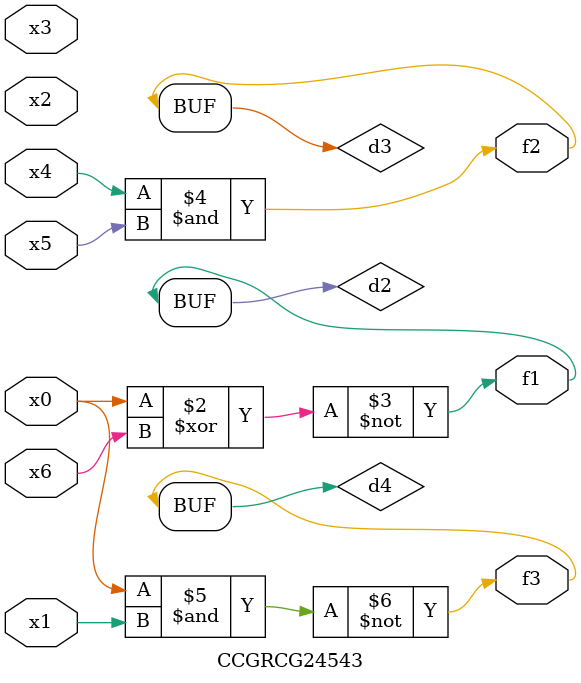
<source format=v>
module CCGRCG24543(
	input x0, x1, x2, x3, x4, x5, x6,
	output f1, f2, f3
);

	wire d1, d2, d3, d4;

	nor (d1, x0);
	xnor (d2, x0, x6);
	and (d3, x4, x5);
	nand (d4, x0, x1);
	assign f1 = d2;
	assign f2 = d3;
	assign f3 = d4;
endmodule

</source>
